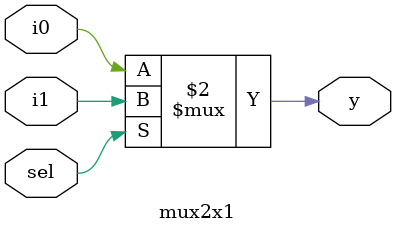
<source format=v>
module mux2x1(i0, i1, sel, y);
	input i0, i1, sel;
	output y; // reg is not required here because assign is also "continuous" assignment
			  // even wire is not required because by default every variable is a wire
	
	// Dataflow implementation of mux2x1
	assign y = (sel == 1) ? i1: i0; // Whenever you use assign it is called data flow type of implementation
	// assign y = (i0 & ~sel) | (i1 & sel);
	
endmodule
</source>
